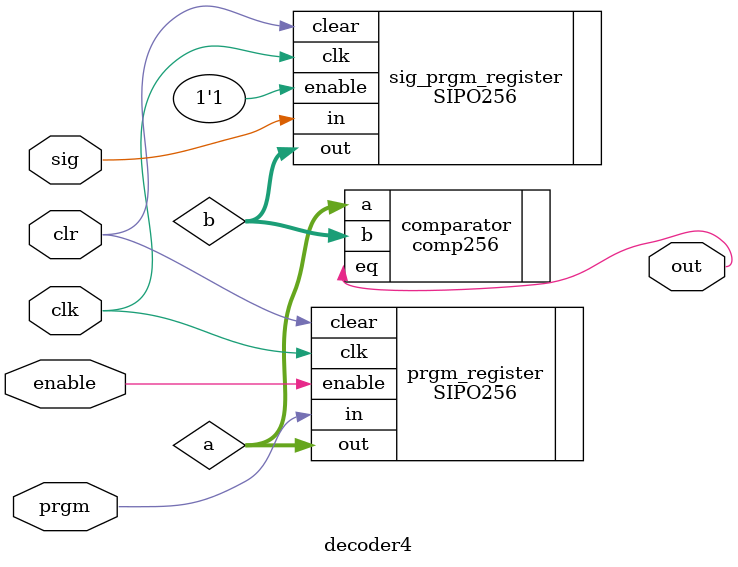
<source format=v>
`timescale 1ns/1ps

module decoder4(
    output out, 
    input clk,
    input clr,
    input enable, 
    input sig, 
    input prgm);

    // input types
    // wire clk, sig, prgm;
	
    // binary output for pattern/signal detection
    // wire out;

    // inputs to comparator
    wire [255:0] a, b;

    // instantiate submodules
    
    // PROGRAM register
    SIPO256 prgm_register(.clk(clk), .clear(clr), .in(prgm), .out(a), .enable(enable));

    // SIGNAL register
    SIPO256 sig_prgm_register(.clk(clk), .clear(clr), .in(sig), .out(b), .enable(1'b1));

    // comparator
    comp256 comparator(.eq(out), .a(a), .b(b));

endmodule

</source>
